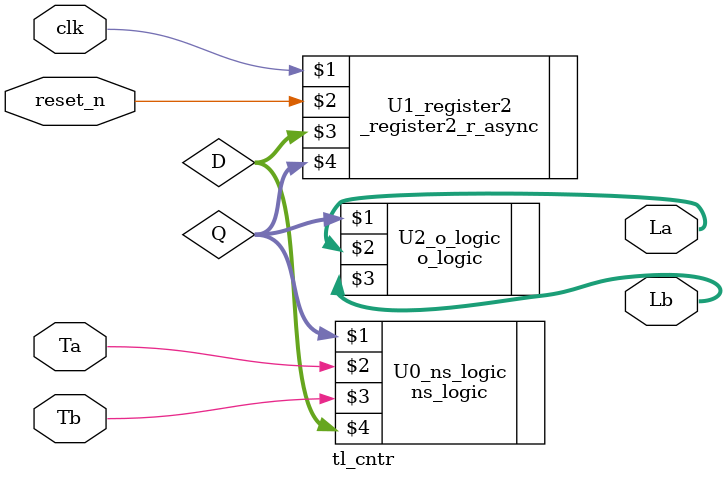
<source format=v>
module tl_cntr(clk,reset_n,Ta,Tb,La,Lb);//traffic light controller module
	input 	clk,reset_n,Ta,Tb;
	output   [1:0]La,Lb;
	wire 		[1:0]Q,D;
	
	//struct tl_cntr module
	ns_logic 				U0_ns_logic(Q, Ta, Tb, D);
	_register2_r_async 	U1_register2(clk, reset_n, D, Q);
	o_logic 					U2_o_logic(Q, La, Lb);
endmodule 
</source>
